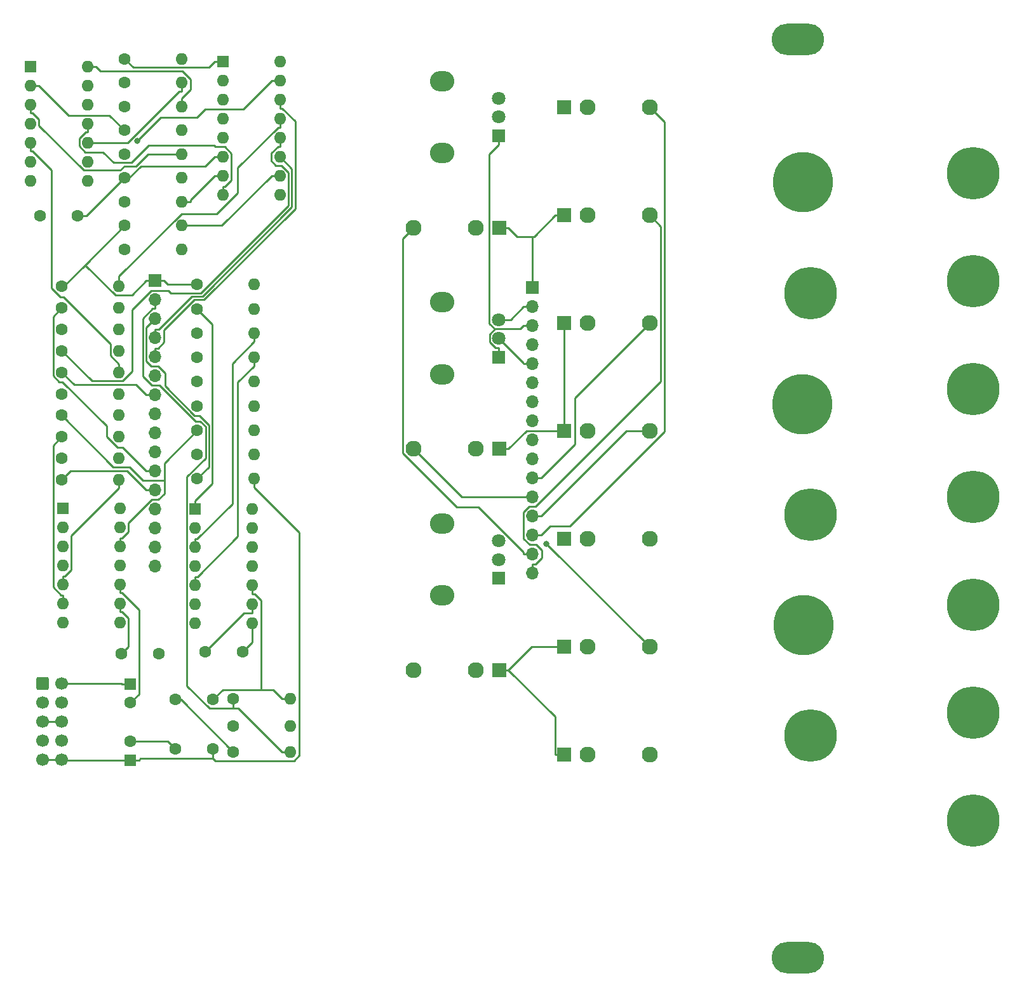
<source format=gbr>
%TF.GenerationSoftware,KiCad,Pcbnew,(6.0.0)*%
%TF.CreationDate,2022-10-15T20:50:48-04:00*%
%TF.ProjectId,ASVCA,41535643-412e-46b6-9963-61645f706362,rev?*%
%TF.SameCoordinates,Original*%
%TF.FileFunction,Copper,L2,Bot*%
%TF.FilePolarity,Positive*%
%FSLAX46Y46*%
G04 Gerber Fmt 4.6, Leading zero omitted, Abs format (unit mm)*
G04 Created by KiCad (PCBNEW (6.0.0)) date 2022-10-15 20:50:48*
%MOMM*%
%LPD*%
G01*
G04 APERTURE LIST*
G04 Aperture macros list*
%AMRoundRect*
0 Rectangle with rounded corners*
0 $1 Rounding radius*
0 $2 $3 $4 $5 $6 $7 $8 $9 X,Y pos of 4 corners*
0 Add a 4 corners polygon primitive as box body*
4,1,4,$2,$3,$4,$5,$6,$7,$8,$9,$2,$3,0*
0 Add four circle primitives for the rounded corners*
1,1,$1+$1,$2,$3*
1,1,$1+$1,$4,$5*
1,1,$1+$1,$6,$7*
1,1,$1+$1,$8,$9*
0 Add four rect primitives between the rounded corners*
20,1,$1+$1,$2,$3,$4,$5,0*
20,1,$1+$1,$4,$5,$6,$7,0*
20,1,$1+$1,$6,$7,$8,$9,0*
20,1,$1+$1,$8,$9,$2,$3,0*%
G04 Aperture macros list end*
%TA.AperFunction,ComponentPad*%
%ADD10R,1.600000X1.600000*%
%TD*%
%TA.AperFunction,ComponentPad*%
%ADD11C,1.600000*%
%TD*%
%TA.AperFunction,ComponentPad*%
%ADD12O,1.600000X1.600000*%
%TD*%
%TA.AperFunction,ComponentPad*%
%ADD13O,3.240000X2.720000*%
%TD*%
%TA.AperFunction,ComponentPad*%
%ADD14R,1.800000X1.800000*%
%TD*%
%TA.AperFunction,ComponentPad*%
%ADD15C,1.800000*%
%TD*%
%TA.AperFunction,ComponentPad*%
%ADD16R,1.830000X1.930000*%
%TD*%
%TA.AperFunction,ComponentPad*%
%ADD17C,2.130000*%
%TD*%
%TA.AperFunction,ComponentPad*%
%ADD18C,7.000000*%
%TD*%
%TA.AperFunction,ComponentPad*%
%ADD19C,8.000000*%
%TD*%
%TA.AperFunction,ComponentPad*%
%ADD20RoundRect,0.250000X-0.600000X-0.600000X0.600000X-0.600000X0.600000X0.600000X-0.600000X0.600000X0*%
%TD*%
%TA.AperFunction,ComponentPad*%
%ADD21C,1.700000*%
%TD*%
%TA.AperFunction,ComponentPad*%
%ADD22R,1.700000X1.700000*%
%TD*%
%TA.AperFunction,ComponentPad*%
%ADD23O,1.700000X1.700000*%
%TD*%
%TA.AperFunction,ComponentPad*%
%ADD24O,7.000000X4.200000*%
%TD*%
%TA.AperFunction,ViaPad*%
%ADD25C,0.800000*%
%TD*%
%TA.AperFunction,Conductor*%
%ADD26C,0.250000*%
%TD*%
G04 APERTURE END LIST*
D10*
%TO.P,C1,1*%
%TO.N,+12V*%
X66675000Y-109284900D03*
D11*
%TO.P,C1,2*%
%TO.N,GND*%
X66675000Y-111784900D03*
%TD*%
%TO.P,R3,1*%
%TO.N,PosRef*%
X80391000Y-111252000D03*
D12*
%TO.P,R3,2*%
%TO.N,GND*%
X88011000Y-111252000D03*
%TD*%
D11*
%TO.P,R25,1*%
%TO.N,CVIN1*%
X75565000Y-65722500D03*
D12*
%TO.P,R25,2*%
%TO.N,Net-(R25-Pad2)*%
X83185000Y-65722500D03*
%TD*%
D13*
%TO.P,RV3,*%
%TO.N,*%
X108269000Y-87884600D03*
X108269000Y-97484600D03*
D14*
%TO.P,RV3,1,1*%
%TO.N,NegReft*%
X115769000Y-95184600D03*
D15*
%TO.P,RV3,2,2*%
%TO.N,to_CVMix3t*%
X115769000Y-92684600D03*
%TO.P,RV3,3,3*%
%TO.N,PosReft*%
X115769000Y-90184600D03*
%TD*%
D16*
%TO.P,J8,S*%
%TO.N,GND1*%
X124522000Y-75565000D03*
D17*
%TO.P,J8,T*%
%TO.N,OUTPUT2t*%
X135922000Y-75565000D03*
%TO.P,J8,TN*%
%TO.N,N/C*%
X127622000Y-75565000D03*
%TD*%
D11*
%TO.P,R30,1*%
%TO.N,GND*%
X75565000Y-56007000D03*
D12*
%TO.P,R30,2*%
%TO.N,in1*%
X83185000Y-56007000D03*
%TD*%
D18*
%TO.P,-,*%
%TO.N,*%
X179028000Y-55541300D03*
%TD*%
%TO.P,-,*%
%TO.N,*%
X179028000Y-69934700D03*
%TD*%
D11*
%TO.P,R10,1*%
%TO.N,Net-(R10-Pad1)*%
X57531000Y-79177400D03*
D12*
%TO.P,R10,2*%
%TO.N,in3b*%
X65151000Y-79177400D03*
%TD*%
D11*
%TO.P,R2,1*%
%TO.N,NegRef*%
X75565000Y-81915000D03*
D12*
%TO.P,R2,2*%
%TO.N,-12V*%
X83185000Y-81915000D03*
%TD*%
D11*
%TO.P,R24,1*%
%TO.N,INPUT1*%
X75565000Y-62484000D03*
D12*
%TO.P,R24,2*%
%TO.N,Net-(R24-Pad2)*%
X83185000Y-62484000D03*
%TD*%
D11*
%TO.P,R7,1*%
%TO.N,CVIN3*%
X65913000Y-29083000D03*
D12*
%TO.P,R7,2*%
%TO.N,Net-(R7-Pad2)*%
X73533000Y-29083000D03*
%TD*%
D19*
%TO.P,REF\u002A\u002A,*%
%TO.N,*%
X156282000Y-42378000D03*
%TD*%
D16*
%TO.P,J2,S*%
%TO.N,GND1*%
X124522000Y-104351700D03*
D17*
%TO.P,J2,T*%
%TO.N,INPUT3at*%
X135922000Y-104351700D03*
%TO.P,J2,TN*%
%TO.N,N/C*%
X127622000Y-104351700D03*
%TD*%
D16*
%TO.P,J10,S*%
%TO.N,GND1*%
X115824000Y-48412400D03*
D17*
%TO.P,J10,T*%
%TO.N,CVIN1t*%
X104424000Y-48412400D03*
%TO.P,J10,TN*%
%TO.N,N/C*%
X112724000Y-48412400D03*
%TD*%
D11*
%TO.P,C3,1*%
%TO.N,+12V*%
X72684000Y-111379000D03*
%TO.P,C3,2*%
%TO.N,GND*%
X77684000Y-111379000D03*
%TD*%
D16*
%TO.P,J11,S*%
%TO.N,GND1*%
X124522000Y-46778300D03*
D17*
%TO.P,J11,T*%
%TO.N,OUTPUT1t*%
X135922000Y-46778300D03*
%TO.P,J11,TN*%
%TO.N,N/C*%
X127622000Y-46778300D03*
%TD*%
D11*
%TO.P,R5,1*%
%TO.N,INPUT3a*%
X65913000Y-38608000D03*
D12*
%TO.P,R5,2*%
%TO.N,Net-(R5-Pad2)*%
X73533000Y-38608000D03*
%TD*%
D11*
%TO.P,R21,1*%
%TO.N,OUTPUT2*%
X57531000Y-61990100D03*
D12*
%TO.P,R21,2*%
%TO.N,Net-(C6-Pad2)*%
X65151000Y-61990100D03*
%TD*%
D11*
%TO.P,R18,1*%
%TO.N,Iout2*%
X57531000Y-64854700D03*
D12*
%TO.P,R18,2*%
%TO.N,Net-(C6-Pad2)*%
X65151000Y-64854700D03*
%TD*%
D11*
%TO.P,R31,1*%
%TO.N,GND*%
X75565000Y-75438000D03*
D12*
%TO.P,R31,2*%
%TO.N,VCntrl1*%
X83185000Y-75438000D03*
%TD*%
D18*
%TO.P,-,*%
%TO.N,*%
X179028000Y-127508000D03*
%TD*%
D11*
%TO.P,R4,1*%
%TO.N,GND*%
X80391000Y-114935000D03*
D12*
%TO.P,R4,2*%
%TO.N,NegRef*%
X88011000Y-114935000D03*
%TD*%
D20*
%TO.P,J1,1,Pin_1*%
%TO.N,+12V*%
X55000500Y-109220000D03*
D21*
%TO.P,J1,2,Pin_2*%
X57540500Y-109220000D03*
%TO.P,J1,3,Pin_3*%
%TO.N,GND*%
X55000500Y-111760000D03*
%TO.P,J1,4,Pin_4*%
X57540500Y-111760000D03*
%TO.P,J1,5,Pin_5*%
X55000500Y-114300000D03*
%TO.P,J1,6,Pin_6*%
X57540500Y-114300000D03*
%TO.P,J1,7,Pin_7*%
X55000500Y-116840000D03*
%TO.P,J1,8,Pin_8*%
X57540500Y-116840000D03*
%TO.P,J1,9,Pin_9*%
%TO.N,-12V*%
X55000500Y-119380000D03*
%TO.P,J1,10,Pin_10*%
X57540500Y-119380000D03*
%TD*%
D10*
%TO.P,U2,1*%
%TO.N,Net-(R9-Pad1)*%
X53350000Y-26919000D03*
D12*
%TO.P,U2,2,-*%
X53350000Y-29459000D03*
%TO.P,U2,3,+*%
%TO.N,Net-(R5-Pad2)*%
X53350000Y-31999000D03*
%TO.P,U2,4,V+*%
%TO.N,+12V*%
X53350000Y-34539000D03*
%TO.P,U2,5,+*%
%TO.N,Net-(R6-Pad2)*%
X53350000Y-37079000D03*
%TO.P,U2,6,-*%
%TO.N,Net-(R10-Pad1)*%
X53350000Y-39619000D03*
%TO.P,U2,7*%
X53350000Y-42159000D03*
%TO.P,U2,8*%
%TO.N,Net-(R11-Pad1)*%
X60970000Y-42159000D03*
%TO.P,U2,9,-*%
X60970000Y-39619000D03*
%TO.P,U2,10,+*%
%TO.N,Net-(R7-Pad2)*%
X60970000Y-37079000D03*
%TO.P,U2,11,V-*%
%TO.N,-12V*%
X60970000Y-34539000D03*
%TO.P,U2,12,+*%
%TO.N,GND*%
X60970000Y-31999000D03*
%TO.P,U2,13,-*%
%TO.N,Iout3*%
X60970000Y-29459000D03*
%TO.P,U2,14*%
%TO.N,Net-(C5-Pad2)*%
X60970000Y-26919000D03*
%TD*%
D11*
%TO.P,R15,1*%
%TO.N,GND*%
X65913000Y-44958000D03*
D12*
%TO.P,R15,2*%
%TO.N,VCntrl3*%
X73533000Y-44958000D03*
%TD*%
D11*
%TO.P,R6,1*%
%TO.N,INPUT3b*%
X57531000Y-67719200D03*
D12*
%TO.P,R6,2*%
%TO.N,Net-(R6-Pad2)*%
X65151000Y-67719200D03*
%TD*%
D16*
%TO.P,J9,S*%
%TO.N,GND1*%
X124522000Y-32385000D03*
D17*
%TO.P,J9,T*%
%TO.N,INPUT1t*%
X135922000Y-32385000D03*
%TO.P,J9,TN*%
%TO.N,N/C*%
X127622000Y-32385000D03*
%TD*%
D16*
%TO.P,J3,S*%
%TO.N,GND1*%
X124522000Y-89958300D03*
D17*
%TO.P,J3,T*%
%TO.N,INPUT3bt*%
X135922000Y-89958300D03*
%TO.P,J3,TN*%
%TO.N,N/C*%
X127622000Y-89958300D03*
%TD*%
D11*
%TO.P,R19,1*%
%TO.N,Net-(R19-Pad1)*%
X57531000Y-70583800D03*
D12*
%TO.P,R19,2*%
%TO.N,in2*%
X65151000Y-70583800D03*
%TD*%
D18*
%TO.P,-,*%
%TO.N,*%
X179028000Y-84328000D03*
%TD*%
D19*
%TO.P,REF\u002A\u002A,*%
%TO.N,*%
X156402000Y-101473000D03*
%TD*%
D16*
%TO.P,J7,S*%
%TO.N,GND1*%
X115824000Y-77927200D03*
D17*
%TO.P,J7,T*%
%TO.N,CVIN2t*%
X104424000Y-77927200D03*
%TO.P,J7,TN*%
%TO.N,N/C*%
X112724000Y-77927200D03*
%TD*%
D11*
%TO.P,C5,1*%
%TO.N,Iout3*%
X59650000Y-46863000D03*
%TO.P,C5,2*%
%TO.N,Net-(C5-Pad2)*%
X54650000Y-46863000D03*
%TD*%
%TO.P,C4,1*%
%TO.N,GND*%
X72684000Y-117983000D03*
%TO.P,C4,2*%
%TO.N,-12V*%
X77684000Y-117983000D03*
%TD*%
%TO.P,R9,1*%
%TO.N,Net-(R9-Pad1)*%
X65913000Y-35433000D03*
D12*
%TO.P,R9,2*%
%TO.N,in3a*%
X73533000Y-35433000D03*
%TD*%
D10*
%TO.P,C2,1*%
%TO.N,-12V*%
X66675000Y-119442100D03*
D11*
%TO.P,C2,2*%
%TO.N,GND*%
X66675000Y-116942100D03*
%TD*%
%TO.P,R27,1*%
%TO.N,Net-(R27-Pad1)*%
X75565000Y-59245500D03*
D12*
%TO.P,R27,2*%
%TO.N,in1*%
X83185000Y-59245500D03*
%TD*%
D16*
%TO.P,J6,S*%
%TO.N,GND1*%
X124522000Y-61171700D03*
D17*
%TO.P,J6,T*%
%TO.N,INPUT2t*%
X135922000Y-61171700D03*
%TO.P,J6,TN*%
%TO.N,N/C*%
X127622000Y-61171700D03*
%TD*%
D11*
%TO.P,R17,1*%
%TO.N,CVIN2*%
X57531000Y-82042000D03*
D12*
%TO.P,R17,2*%
%TO.N,Net-(R17-Pad2)*%
X65151000Y-82042000D03*
%TD*%
D11*
%TO.P,R28,1*%
%TO.N,Net-(R28-Pad1)*%
X75565000Y-78676500D03*
D12*
%TO.P,R28,2*%
%TO.N,VCntrl1*%
X83185000Y-78676500D03*
%TD*%
D10*
%TO.P,U3,1*%
%TO.N,Net-(R19-Pad1)*%
X57668000Y-85847000D03*
D12*
%TO.P,U3,2,-*%
X57668000Y-88387000D03*
%TO.P,U3,3,+*%
%TO.N,Net-(R16-Pad2)*%
X57668000Y-90927000D03*
%TO.P,U3,4*%
%TO.N,N/C*%
X57668000Y-93467000D03*
%TO.P,U3,5,+*%
%TO.N,Net-(R17-Pad2)*%
X57668000Y-96007000D03*
%TO.P,U3,6,-*%
%TO.N,Net-(R20-Pad1)*%
X57668000Y-98547000D03*
%TO.P,U3,7*%
X57668000Y-101087000D03*
%TO.P,U3,8*%
%TO.N,Net-(C6-Pad2)*%
X65288000Y-101087000D03*
%TO.P,U3,9,-*%
%TO.N,Iout2*%
X65288000Y-98547000D03*
%TO.P,U3,10,+*%
%TO.N,GND*%
X65288000Y-96007000D03*
%TO.P,U3,11*%
%TO.N,N/C*%
X65288000Y-93467000D03*
%TO.P,U3,12,+*%
%TO.N,GND*%
X65288000Y-90927000D03*
%TO.P,U3,13,-*%
%TO.N,Net-(U3-Pad13)*%
X65288000Y-88387000D03*
%TO.P,U3,14*%
X65288000Y-85847000D03*
%TD*%
D11*
%TO.P,C6,1*%
%TO.N,Iout2*%
X65445000Y-105283000D03*
%TO.P,C6,2*%
%TO.N,Net-(C6-Pad2)*%
X70445000Y-105283000D03*
%TD*%
%TO.P,R20,1*%
%TO.N,Net-(R20-Pad1)*%
X57531000Y-76312900D03*
D12*
%TO.P,R20,2*%
%TO.N,VCntrl2*%
X65151000Y-76312900D03*
%TD*%
D16*
%TO.P,J4,S*%
%TO.N,GND1*%
X115824000Y-107442000D03*
D17*
%TO.P,J4,T*%
%TO.N,CVIN3t*%
X104424000Y-107442000D03*
%TO.P,J4,TN*%
%TO.N,N/C*%
X112724000Y-107442000D03*
%TD*%
D11*
%TO.P,R26,1*%
%TO.N,Iout1*%
X75565000Y-68961000D03*
D12*
%TO.P,R26,2*%
%TO.N,Net-(C7-Pad2)*%
X83185000Y-68961000D03*
%TD*%
D16*
%TO.P,J5,S*%
%TO.N,GND1*%
X124522000Y-118745000D03*
D17*
%TO.P,J5,T*%
%TO.N,OUTPUT3t*%
X135922000Y-118745000D03*
%TO.P,J5,TN*%
%TO.N,N/C*%
X127622000Y-118745000D03*
%TD*%
D11*
%TO.P,R12,1*%
%TO.N,OUTPUT3*%
X65913000Y-32258000D03*
D12*
%TO.P,R12,2*%
%TO.N,Net-(C5-Pad2)*%
X73533000Y-32258000D03*
%TD*%
D11*
%TO.P,R14,1*%
%TO.N,GND*%
X65913000Y-48133000D03*
D12*
%TO.P,R14,2*%
%TO.N,in3b*%
X73533000Y-48133000D03*
%TD*%
D13*
%TO.P,RV2,*%
%TO.N,*%
X108269000Y-67969800D03*
X108269000Y-58369800D03*
D14*
%TO.P,RV2,1,1*%
%TO.N,NegReft*%
X115769000Y-65669800D03*
D15*
%TO.P,RV2,2,2*%
%TO.N,to_CVMix2t*%
X115769000Y-63169800D03*
%TO.P,RV2,3,3*%
%TO.N,PosReft*%
X115769000Y-60669800D03*
%TD*%
D22*
%TO.P,J13,1,Pin_1*%
%TO.N,GND1*%
X120269000Y-56388000D03*
D23*
%TO.P,J13,2,Pin_2*%
%TO.N,PosReft*%
X120269000Y-58928000D03*
%TO.P,J13,3,Pin_3*%
%TO.N,NegReft*%
X120269000Y-61468000D03*
%TO.P,J13,4,Pin_4*%
%TO.N,to_CVMix3t*%
X120269000Y-64008000D03*
%TO.P,J13,5,Pin_5*%
%TO.N,to_CVMix2t*%
X120269000Y-66548000D03*
%TO.P,J13,6,Pin_6*%
%TO.N,to_CVMix1t*%
X120269000Y-69088000D03*
%TO.P,J13,7,Pin_7*%
%TO.N,INPUT3bt*%
X120269000Y-71628000D03*
%TO.P,J13,8,Pin_8*%
%TO.N,OUTPUT3t*%
X120269000Y-74168000D03*
%TO.P,J13,9,Pin_9*%
%TO.N,CVIN3t*%
X120269000Y-76708000D03*
%TO.P,J13,10,Pin_10*%
%TO.N,INPUT3at*%
X120269000Y-79248000D03*
%TO.P,J13,11,Pin_11*%
%TO.N,INPUT2t*%
X120269000Y-81788000D03*
%TO.P,J13,12,Pin_12*%
%TO.N,CVIN2t*%
X120269000Y-84328000D03*
%TO.P,J13,13,Pin_13*%
%TO.N,OUTPUT2t*%
X120269000Y-86868000D03*
%TO.P,J13,14,Pin_14*%
%TO.N,INPUT1t*%
X120269000Y-89408000D03*
%TO.P,J13,15,Pin_15*%
%TO.N,CVIN1t*%
X120269000Y-91948000D03*
%TO.P,J13,16,Pin_16*%
%TO.N,OUTPUT1t*%
X120269000Y-94488000D03*
%TD*%
D19*
%TO.P,REF\u002A\u002A,*%
%TO.N,*%
X156275000Y-71932800D03*
%TD*%
D10*
%TO.P,U1,1,GND*%
%TO.N,GND*%
X79004000Y-26279000D03*
D12*
%TO.P,U1,2,In1*%
%TO.N,in1*%
X79004000Y-28819000D03*
%TO.P,U1,3,CVMix1*%
%TO.N,to_CVMix1*%
X79004000Y-31359000D03*
%TO.P,U1,4,Vcntrl1*%
%TO.N,VCntrl1*%
X79004000Y-33899000D03*
%TO.P,U1,5,Iout1*%
%TO.N,Iout1*%
X79004000Y-36439000D03*
%TO.P,U1,6,Iout3*%
%TO.N,Iout3*%
X79004000Y-38979000D03*
%TO.P,U1,7,Vcntrl3*%
%TO.N,VCntrl3*%
X79004000Y-41519000D03*
%TO.P,U1,8,VEE*%
%TO.N,-12V*%
X79004000Y-44059000D03*
%TO.P,U1,9,In3a*%
%TO.N,in3a*%
X86624000Y-44059000D03*
%TO.P,U1,10,In3b*%
%TO.N,in3b*%
X86624000Y-41519000D03*
%TO.P,U1,11,CVMix3*%
%TO.N,to_CVMix3*%
X86624000Y-38979000D03*
%TO.P,U1,12,Iout2*%
%TO.N,Iout2*%
X86624000Y-36439000D03*
%TO.P,U1,13,Vcntrl2*%
%TO.N,VCntrl2*%
X86624000Y-33899000D03*
%TO.P,U1,14,CVMix2*%
%TO.N,to_CVMix2*%
X86624000Y-31359000D03*
%TO.P,U1,15,In2*%
%TO.N,in2*%
X86624000Y-28819000D03*
%TO.P,U1,16,VCC*%
%TO.N,+12V*%
X86624000Y-26279000D03*
%TD*%
D18*
%TO.P,-,*%
%TO.N,*%
X179028000Y-98721300D03*
%TD*%
D24*
%TO.P,REF\u002A\u002A,*%
%TO.N,*%
X155654000Y-23280000D03*
X155654000Y-145780000D03*
%TD*%
D11*
%TO.P,R8,1*%
%TO.N,Iout3*%
X65913000Y-41783000D03*
D12*
%TO.P,R8,2*%
%TO.N,Net-(C5-Pad2)*%
X73533000Y-41783000D03*
%TD*%
D22*
%TO.P,J12,1,Pin_1*%
%TO.N,GND*%
X69977000Y-55499000D03*
D23*
%TO.P,J12,2,Pin_2*%
%TO.N,PosRef*%
X69977000Y-58039000D03*
%TO.P,J12,3,Pin_3*%
%TO.N,NegRef*%
X69977000Y-60579000D03*
%TO.P,J12,4,Pin_4*%
%TO.N,to_CVMix3*%
X69977000Y-63119000D03*
%TO.P,J12,5,Pin_5*%
%TO.N,to_CVMix2*%
X69977000Y-65659000D03*
%TO.P,J12,6,Pin_6*%
%TO.N,to_CVMix1*%
X69977000Y-68199000D03*
%TO.P,J12,7,Pin_7*%
%TO.N,INPUT3b*%
X69977000Y-70739000D03*
%TO.P,J12,8,Pin_8*%
%TO.N,OUTPUT3*%
X69977000Y-73279000D03*
%TO.P,J12,9,Pin_9*%
%TO.N,CVIN3*%
X69977000Y-75819000D03*
%TO.P,J12,10,Pin_10*%
%TO.N,INPUT3a*%
X69977000Y-78359000D03*
%TO.P,J12,11,Pin_11*%
%TO.N,INPUT2*%
X69977000Y-80899000D03*
%TO.P,J12,12,Pin_12*%
%TO.N,CVIN2*%
X69977000Y-83439000D03*
%TO.P,J12,13,Pin_13*%
%TO.N,OUTPUT2*%
X69977000Y-85979000D03*
%TO.P,J12,14,Pin_14*%
%TO.N,INPUT1*%
X69977000Y-88519000D03*
%TO.P,J12,15,Pin_15*%
%TO.N,CVIN1*%
X69977000Y-91059000D03*
%TO.P,J12,16,Pin_16*%
%TO.N,OUTPUT1*%
X69977000Y-93599000D03*
%TD*%
D18*
%TO.P,-,*%
%TO.N,*%
X157330000Y-57175400D03*
%TD*%
D13*
%TO.P,RV1,*%
%TO.N,*%
X108269000Y-28855000D03*
X108269000Y-38455000D03*
D14*
%TO.P,RV1,1,1*%
%TO.N,NegReft*%
X115769000Y-36155000D03*
D15*
%TO.P,RV1,2,2*%
%TO.N,to_CVMix1t*%
X115769000Y-33655000D03*
%TO.P,RV1,3,3*%
%TO.N,PosReft*%
X115769000Y-31155000D03*
%TD*%
D11*
%TO.P,R22,1*%
%TO.N,GND*%
X57531000Y-73448300D03*
D12*
%TO.P,R22,2*%
%TO.N,in2*%
X65151000Y-73448300D03*
%TD*%
D18*
%TO.P,-,*%
%TO.N,*%
X157330000Y-86690200D03*
%TD*%
D11*
%TO.P,C7,1*%
%TO.N,Iout1*%
X76621000Y-105029000D03*
%TO.P,C7,2*%
%TO.N,Net-(C7-Pad2)*%
X81621000Y-105029000D03*
%TD*%
%TO.P,R29,1*%
%TO.N,OUTPUT1*%
X75565000Y-72199500D03*
D12*
%TO.P,R29,2*%
%TO.N,Net-(C7-Pad2)*%
X83185000Y-72199500D03*
%TD*%
D18*
%TO.P,-,*%
%TO.N,*%
X179028000Y-41148000D03*
%TD*%
D11*
%TO.P,R1,1*%
%TO.N,+12V*%
X80391000Y-118364000D03*
D12*
%TO.P,R1,2*%
%TO.N,PosRef*%
X88011000Y-118364000D03*
%TD*%
D11*
%TO.P,R16,1*%
%TO.N,INPUT2*%
X57531000Y-59125600D03*
D12*
%TO.P,R16,2*%
%TO.N,Net-(R16-Pad2)*%
X65151000Y-59125600D03*
%TD*%
D11*
%TO.P,R11,1*%
%TO.N,Net-(R11-Pad1)*%
X65913000Y-51308000D03*
D12*
%TO.P,R11,2*%
%TO.N,VCntrl3*%
X73533000Y-51308000D03*
%TD*%
D18*
%TO.P,-,*%
%TO.N,*%
X157330000Y-116205000D03*
%TD*%
D11*
%TO.P,R23,1*%
%TO.N,GND*%
X57531000Y-56261000D03*
D12*
%TO.P,R23,2*%
%TO.N,VCntrl2*%
X65151000Y-56261000D03*
%TD*%
D10*
%TO.P,U4,1*%
%TO.N,Net-(R27-Pad1)*%
X75321000Y-85974000D03*
D12*
%TO.P,U4,2,-*%
X75321000Y-88514000D03*
%TO.P,U4,3,+*%
%TO.N,Net-(R24-Pad2)*%
X75321000Y-91054000D03*
%TO.P,U4,4*%
%TO.N,N/C*%
X75321000Y-93594000D03*
%TO.P,U4,5,+*%
%TO.N,Net-(R25-Pad2)*%
X75321000Y-96134000D03*
%TO.P,U4,6,-*%
%TO.N,Net-(R28-Pad1)*%
X75321000Y-98674000D03*
%TO.P,U4,7*%
X75321000Y-101214000D03*
%TO.P,U4,8*%
%TO.N,Net-(C7-Pad2)*%
X82941000Y-101214000D03*
%TO.P,U4,9,-*%
%TO.N,Iout1*%
X82941000Y-98674000D03*
%TO.P,U4,10,+*%
%TO.N,GND*%
X82941000Y-96134000D03*
%TO.P,U4,11*%
%TO.N,N/C*%
X82941000Y-93594000D03*
%TO.P,U4,12,+*%
%TO.N,GND*%
X82941000Y-91054000D03*
%TO.P,U4,13,-*%
%TO.N,Net-(U4-Pad13)*%
X82941000Y-88514000D03*
%TO.P,U4,14*%
X82941000Y-85974000D03*
%TD*%
D11*
%TO.P,R13,1*%
%TO.N,GND*%
X65913000Y-25908000D03*
D12*
%TO.P,R13,2*%
%TO.N,in3a*%
X73533000Y-25908000D03*
%TD*%
D18*
%TO.P,-,*%
%TO.N,*%
X179028000Y-113114700D03*
%TD*%
D25*
%TO.N,in2*%
X67591800Y-36794900D03*
%TO.N,INPUT3at*%
X122154900Y-90584600D03*
%TD*%
D26*
%TO.N,+12V*%
X73406000Y-111379000D02*
X72684000Y-111379000D01*
X80391000Y-118364000D02*
X73406000Y-111379000D01*
X57540500Y-109220000D02*
X65484800Y-109220000D01*
X65484800Y-109220000D02*
X65549700Y-109284900D01*
X66675000Y-109284900D02*
X65549700Y-109284900D01*
%TO.N,GND*%
X64696700Y-57424500D02*
X66876200Y-57424500D01*
X67044300Y-27039300D02*
X65913000Y-25908000D01*
X66876200Y-57424500D02*
X68801700Y-55499000D01*
X71660300Y-56007000D02*
X71152300Y-55499000D01*
X67802600Y-99365600D02*
X67802600Y-110657300D01*
X84091900Y-110061500D02*
X79001500Y-110061500D01*
X77878700Y-26279000D02*
X77118400Y-27039300D01*
X67802600Y-110657300D02*
X66675000Y-111784900D01*
X79001500Y-110061500D02*
X77684000Y-111379000D01*
X71198800Y-79804200D02*
X75565000Y-75438000D01*
X65288000Y-96007000D02*
X65288000Y-97132300D01*
X69505500Y-84709000D02*
X66413300Y-87801200D01*
X77118400Y-27039300D02*
X67044300Y-27039300D01*
X65569400Y-89801700D02*
X65288000Y-89801700D01*
X75565000Y-56007000D02*
X71660300Y-56007000D01*
X68349600Y-82111100D02*
X71198800Y-82111100D01*
X86885700Y-111252000D02*
X85695200Y-110061500D01*
X65288000Y-97132300D02*
X65569300Y-97132300D01*
X71643100Y-116942100D02*
X72684000Y-117983000D01*
X66413300Y-87801200D02*
X66413300Y-88957800D01*
X64400200Y-80317500D02*
X66556000Y-80317500D01*
X60659100Y-53386900D02*
X64696700Y-57424500D01*
X84091900Y-110061500D02*
X84091900Y-98128900D01*
X65569300Y-97132300D02*
X67802600Y-99365600D01*
X57531000Y-73448300D02*
X64400200Y-80317500D01*
X66675000Y-116942100D02*
X71643100Y-116942100D01*
X69977000Y-55499000D02*
X71152300Y-55499000D01*
X69977000Y-55499000D02*
X68801700Y-55499000D01*
X66556000Y-80317500D02*
X68349600Y-82111100D01*
X71198800Y-83920600D02*
X70410400Y-84709000D01*
X79004000Y-26279000D02*
X77878700Y-26279000D01*
X71198800Y-82111100D02*
X71198800Y-79804200D01*
X83222300Y-97259300D02*
X82941000Y-97259300D01*
X65288000Y-90927000D02*
X65288000Y-89801700D01*
X60659100Y-53386900D02*
X57785000Y-56261000D01*
X57785000Y-56261000D02*
X57531000Y-56261000D01*
X57540500Y-114300000D02*
X55000500Y-114300000D01*
X84091900Y-98128900D02*
X83222300Y-97259300D01*
X88011000Y-111252000D02*
X86885700Y-111252000D01*
X70410400Y-84709000D02*
X69505500Y-84709000D01*
X65913000Y-48133000D02*
X60659100Y-53386900D01*
X85695200Y-110061500D02*
X84091900Y-110061500D01*
X82941000Y-96134000D02*
X82941000Y-97259300D01*
X66413300Y-88957800D02*
X65569400Y-89801700D01*
X71198800Y-82111100D02*
X71198800Y-83920600D01*
%TO.N,-12V*%
X77684000Y-119199700D02*
X68042700Y-119199700D01*
X60688600Y-35664300D02*
X60970000Y-35664300D01*
X55000500Y-119380000D02*
X57540500Y-119380000D01*
X80129400Y-42089600D02*
X80129400Y-38508500D01*
X64417600Y-39733300D02*
X63033300Y-38349000D01*
X89184600Y-118792100D02*
X88460400Y-119516300D01*
X66675000Y-119442100D02*
X57602600Y-119442100D01*
X57602600Y-119442100D02*
X57540500Y-119380000D01*
X89184600Y-89039900D02*
X89184600Y-118792100D01*
X66675000Y-119442100D02*
X67800300Y-119442100D01*
X77839900Y-37459900D02*
X69089700Y-37459900D01*
X79236600Y-37615700D02*
X77995700Y-37615700D01*
X68042700Y-119199700D02*
X67800300Y-119442100D01*
X79285300Y-42933700D02*
X80129400Y-42089600D01*
X77995700Y-37615700D02*
X77839900Y-37459900D01*
X63033300Y-38349000D02*
X60642200Y-38349000D01*
X77684000Y-119199700D02*
X77684000Y-117983000D01*
X69089700Y-37459900D02*
X66816300Y-39733300D01*
X60642200Y-38349000D02*
X59844700Y-37551500D01*
X59844700Y-37551500D02*
X59844700Y-36508200D01*
X78000600Y-119516300D02*
X77684000Y-119199700D01*
X88460400Y-119516300D02*
X78000600Y-119516300D01*
X83185000Y-83040300D02*
X89184600Y-89039900D01*
X80129400Y-38508500D02*
X79236600Y-37615700D01*
X59844700Y-36508200D02*
X60688600Y-35664300D01*
X66816300Y-39733300D02*
X64417600Y-39733300D01*
X79004000Y-44059000D02*
X79004000Y-42933700D01*
X83185000Y-81915000D02*
X83185000Y-83040300D01*
X60970000Y-34539000D02*
X60970000Y-35664300D01*
X79004000Y-42933700D02*
X79285300Y-42933700D01*
%TO.N,Iout3*%
X79004000Y-38979000D02*
X77878700Y-38979000D01*
X66477400Y-41783000D02*
X68064900Y-40195500D01*
X60833000Y-46863000D02*
X59650000Y-46863000D01*
X76662200Y-40195500D02*
X77878700Y-38979000D01*
X65913000Y-41783000D02*
X66477400Y-41783000D01*
X68064900Y-40195500D02*
X76662200Y-40195500D01*
X65913000Y-41783000D02*
X60833000Y-46863000D01*
%TO.N,Net-(C5-Pad2)*%
X60970000Y-26919000D02*
X62095300Y-26919000D01*
X62689000Y-27512700D02*
X73566100Y-27512700D01*
X74658300Y-28604900D02*
X74658300Y-30007400D01*
X73566100Y-27512700D02*
X74658300Y-28604900D01*
X73533000Y-32258000D02*
X73533000Y-31132700D01*
X74658300Y-30007400D02*
X73533000Y-31132700D01*
X62095300Y-26919000D02*
X62689000Y-27512700D01*
%TO.N,Iout2*%
X66413300Y-100516200D02*
X65569400Y-99672300D01*
X65445000Y-105283000D02*
X66413300Y-104314700D01*
X85466000Y-39487900D02*
X86082500Y-40104400D01*
X86342700Y-37564300D02*
X85466000Y-38441000D01*
X71758200Y-56843200D02*
X69451400Y-56843200D01*
X61548100Y-68871800D02*
X57531000Y-64854700D01*
X87749300Y-45468000D02*
X76079100Y-57138200D01*
X85466000Y-38441000D02*
X85466000Y-39487900D01*
X86811800Y-40104400D02*
X87749300Y-41041900D01*
X72053200Y-57138200D02*
X71758200Y-56843200D01*
X86624000Y-37564300D02*
X86342700Y-37564300D01*
X69451400Y-56843200D02*
X66935400Y-59359200D01*
X66935400Y-59359200D02*
X66935400Y-67571000D01*
X86082500Y-40104400D02*
X86811800Y-40104400D01*
X65634600Y-68871800D02*
X61548100Y-68871800D01*
X66413300Y-104314700D02*
X66413300Y-100516200D01*
X66935400Y-67571000D02*
X65634600Y-68871800D01*
X65288000Y-98547000D02*
X65288000Y-99672300D01*
X86624000Y-36439000D02*
X86624000Y-37564300D01*
X65569400Y-99672300D02*
X65288000Y-99672300D01*
X76079100Y-57138200D02*
X72053200Y-57138200D01*
X87749300Y-41041900D02*
X87749300Y-45468000D01*
%TO.N,Iout1*%
X76621000Y-105029000D02*
X81850700Y-99799300D01*
X81850700Y-99799300D02*
X82941000Y-99799300D01*
X82941000Y-98674000D02*
X82941000Y-99799300D01*
%TO.N,Net-(C7-Pad2)*%
X81621000Y-105029000D02*
X82941000Y-103709000D01*
X82941000Y-103709000D02*
X82941000Y-101214000D01*
%TO.N,PosRef*%
X76703900Y-74971800D02*
X76000700Y-74268600D01*
X81078100Y-112556400D02*
X80391000Y-112556400D01*
X70565900Y-69469000D02*
X69569000Y-69469000D01*
X74195600Y-109522800D02*
X74195600Y-81662700D01*
X69569000Y-69469000D02*
X68317300Y-68217300D01*
X88011000Y-118364000D02*
X86885700Y-118364000D01*
X75365500Y-74268600D02*
X70565900Y-69469000D01*
X80391000Y-112556400D02*
X77229200Y-112556400D01*
X77229200Y-112556400D02*
X74195600Y-109522800D01*
X68317300Y-68217300D02*
X68317300Y-60506700D01*
X76703900Y-79154400D02*
X76703900Y-74971800D01*
X80391000Y-112556400D02*
X80391000Y-111252000D01*
X76000700Y-74268600D02*
X75365500Y-74268600D01*
X69977000Y-58039000D02*
X69977000Y-59214300D01*
X68317300Y-60506700D02*
X69609700Y-59214300D01*
X69609700Y-59214300D02*
X69977000Y-59214300D01*
X86885700Y-118364000D02*
X81078100Y-112556400D01*
X74195600Y-81662700D02*
X76703900Y-79154400D01*
%TO.N,NegRef*%
X75565000Y-81915000D02*
X77154300Y-80325700D01*
X71285900Y-69512000D02*
X71285900Y-67841600D01*
X77154300Y-80325700D02*
X77154300Y-74743500D01*
X75229600Y-73455700D02*
X71285900Y-69512000D01*
X77154300Y-74743500D02*
X75866500Y-73455700D01*
X70373300Y-66929000D02*
X69489200Y-66929000D01*
X75866500Y-73455700D02*
X75229600Y-73455700D01*
X68801700Y-66241500D02*
X68801700Y-61754300D01*
X71285900Y-67841600D02*
X70373300Y-66929000D01*
X69489200Y-66929000D02*
X68801700Y-66241500D01*
X68801700Y-61754300D02*
X69977000Y-60579000D01*
%TO.N,Net-(R5-Pad2)*%
X53631400Y-33124300D02*
X54475300Y-33968200D01*
X54475300Y-33968200D02*
X54475300Y-34775400D01*
X73533000Y-38608000D02*
X72407700Y-38608000D01*
X65328200Y-40763000D02*
X65907600Y-40183600D01*
X69015400Y-38608000D02*
X72407700Y-38608000D01*
X60462900Y-40763000D02*
X65328200Y-40763000D01*
X54475300Y-34775400D02*
X60462900Y-40763000D01*
X53350000Y-31999000D02*
X53350000Y-33124300D01*
X67439800Y-40183600D02*
X69015400Y-38608000D01*
X53350000Y-33124300D02*
X53631400Y-33124300D01*
X65907600Y-40183600D02*
X67439800Y-40183600D01*
%TO.N,Net-(R6-Pad2)*%
X56117700Y-56453600D02*
X57357400Y-57693300D01*
X57357400Y-57693300D02*
X57763300Y-57693300D01*
X56117700Y-40690700D02*
X56117700Y-56453600D01*
X64025700Y-65468600D02*
X65151000Y-66593900D01*
X53350000Y-37079000D02*
X53350000Y-38204300D01*
X53631300Y-38204300D02*
X56117700Y-40690700D01*
X57763300Y-57693300D02*
X64025700Y-63955700D01*
X65151000Y-67719200D02*
X65151000Y-66593900D01*
X64025700Y-63955700D02*
X64025700Y-65468600D01*
X53350000Y-38204300D02*
X53631300Y-38204300D01*
%TO.N,INPUT3b*%
X67437100Y-69374400D02*
X68801700Y-70739000D01*
X59186200Y-69374400D02*
X67437100Y-69374400D01*
X69977000Y-70739000D02*
X68801700Y-70739000D01*
X57531000Y-67719200D02*
X59186200Y-69374400D01*
%TO.N,Net-(R7-Pad2)*%
X73152700Y-30208300D02*
X66282000Y-37079000D01*
X73533000Y-30208300D02*
X73152700Y-30208300D01*
X73533000Y-29083000D02*
X73533000Y-30208300D01*
X66282000Y-37079000D02*
X60970000Y-37079000D01*
%TO.N,Net-(R9-Pad1)*%
X54475300Y-29459000D02*
X58429900Y-33413600D01*
X53350000Y-29459000D02*
X54475300Y-29459000D01*
X58429900Y-33413600D02*
X63893600Y-33413600D01*
X63893600Y-33413600D02*
X65913000Y-35433000D01*
%TO.N,in3b*%
X86624000Y-41519000D02*
X85498700Y-41519000D01*
X78884700Y-48133000D02*
X85498700Y-41519000D01*
X74658300Y-48133000D02*
X78884700Y-48133000D01*
X73533000Y-48133000D02*
X74658300Y-48133000D01*
%TO.N,VCntrl3*%
X79004000Y-41519000D02*
X77878700Y-41519000D01*
X77878700Y-41519000D02*
X74658300Y-44739400D01*
X74658300Y-44739400D02*
X74658300Y-44958000D01*
X73533000Y-44958000D02*
X74658300Y-44958000D01*
%TO.N,INPUT2*%
X64989500Y-77745100D02*
X65647800Y-77745100D01*
X56388500Y-60268100D02*
X56388500Y-68168100D01*
X57212500Y-68992100D02*
X57610300Y-68992100D01*
X65647800Y-77745100D02*
X68801700Y-80899000D01*
X69977000Y-80899000D02*
X68801700Y-80899000D01*
X57531000Y-59125600D02*
X56388500Y-60268100D01*
X56388500Y-68168100D02*
X57212500Y-68992100D01*
X57610300Y-68992100D02*
X63502900Y-74884700D01*
X63502900Y-76258500D02*
X64989500Y-77745100D01*
X63502900Y-74884700D02*
X63502900Y-76258500D01*
%TO.N,Net-(R17-Pad2)*%
X65151000Y-82042000D02*
X65151000Y-83167300D01*
X58793300Y-94037800D02*
X57949400Y-94881700D01*
X57668000Y-96007000D02*
X57668000Y-94881700D01*
X58793300Y-89525000D02*
X58793300Y-94037800D01*
X57949400Y-94881700D02*
X57668000Y-94881700D01*
X65151000Y-83167300D02*
X58793300Y-89525000D01*
%TO.N,CVIN2*%
X58672900Y-80900100D02*
X66262800Y-80900100D01*
X69977000Y-83439000D02*
X68801700Y-83439000D01*
X66262800Y-80900100D02*
X68801700Y-83439000D01*
X57531000Y-82042000D02*
X58672900Y-80900100D01*
%TO.N,in2*%
X76630700Y-32629000D02*
X81688700Y-32629000D01*
X70700500Y-33686200D02*
X75573500Y-33686200D01*
X86624000Y-28819000D02*
X85498700Y-28819000D01*
X75573500Y-33686200D02*
X76630700Y-32629000D01*
X67591800Y-36794900D02*
X70700500Y-33686200D01*
X81688700Y-32629000D02*
X85498700Y-28819000D01*
%TO.N,VCntrl2*%
X86624000Y-35024300D02*
X86342700Y-35024300D01*
X80972400Y-40394600D02*
X80972400Y-43735500D01*
X73477200Y-46545500D02*
X65151000Y-54871700D01*
X80972400Y-43735500D02*
X78162400Y-46545500D01*
X78162400Y-46545500D02*
X73477200Y-46545500D01*
X86342700Y-35024300D02*
X80972400Y-40394600D01*
X65151000Y-54871700D02*
X65151000Y-56261000D01*
X86624000Y-33899000D02*
X86624000Y-35024300D01*
%TO.N,Net-(R20-Pad1)*%
X57531000Y-76312900D02*
X56394100Y-77449800D01*
X56394100Y-77449800D02*
X56394100Y-96361400D01*
X56394100Y-96361400D02*
X57454400Y-97421700D01*
X57668000Y-98547000D02*
X57668000Y-97421700D01*
X57454400Y-97421700D02*
X57668000Y-97421700D01*
%TO.N,Net-(R24-Pad2)*%
X80251300Y-85237500D02*
X75560100Y-89928700D01*
X83185000Y-63609300D02*
X80251300Y-66543000D01*
X83185000Y-62484000D02*
X83185000Y-63609300D01*
X75560100Y-89928700D02*
X75321000Y-89928700D01*
X80251300Y-66543000D02*
X80251300Y-85237500D01*
X75321000Y-91054000D02*
X75321000Y-89928700D01*
%TO.N,Net-(R25-Pad2)*%
X83185000Y-66847800D02*
X80988800Y-69044000D01*
X75602300Y-95008700D02*
X75321000Y-95008700D01*
X80988800Y-69044000D02*
X80988800Y-89622200D01*
X80988800Y-89622200D02*
X75602300Y-95008700D01*
X75321000Y-96134000D02*
X75321000Y-95008700D01*
X83185000Y-65722500D02*
X83185000Y-66847800D01*
%TO.N,Net-(R27-Pad1)*%
X77612100Y-82557600D02*
X77612100Y-61292600D01*
X77612100Y-61292600D02*
X75565000Y-59245500D01*
X75321000Y-84848700D02*
X77612100Y-82557600D01*
X75321000Y-85974000D02*
X75321000Y-84848700D01*
%TO.N,to_CVMix2*%
X70344400Y-64483700D02*
X69977000Y-64483700D01*
X88650100Y-34229100D02*
X88650100Y-45893400D01*
X71152300Y-63675800D02*
X70344400Y-64483700D01*
X86624000Y-31359000D02*
X86624000Y-32484300D01*
X71152300Y-62065000D02*
X71152300Y-63675800D01*
X75178300Y-58039000D02*
X71152300Y-62065000D01*
X88650100Y-45893400D02*
X76504500Y-58039000D01*
X86905300Y-32484300D02*
X88650100Y-34229100D01*
X86624000Y-32484300D02*
X86905300Y-32484300D01*
X76504500Y-58039000D02*
X75178300Y-58039000D01*
X69977000Y-65659000D02*
X69977000Y-64483700D01*
%TO.N,to_CVMix3*%
X88199700Y-40554700D02*
X88199700Y-45678000D01*
X86624000Y-38979000D02*
X88199700Y-40554700D01*
X70508100Y-61943700D02*
X69977000Y-61943700D01*
X76289100Y-57588600D02*
X74863200Y-57588600D01*
X74863200Y-57588600D02*
X70508100Y-61943700D01*
X88199700Y-45678000D02*
X76289100Y-57588600D01*
X69977000Y-63119000D02*
X69977000Y-61943700D01*
%TO.N,GND1*%
X124522000Y-61171700D02*
X124522000Y-75565000D01*
X123281700Y-113659400D02*
X117064300Y-107442000D01*
X115824000Y-48412400D02*
X117064300Y-48412400D01*
X123281700Y-75565000D02*
X123218200Y-75501500D01*
X123281700Y-118745000D02*
X123281700Y-113659400D01*
X124522000Y-75565000D02*
X123281700Y-75565000D01*
X124522000Y-46778300D02*
X123281700Y-46778300D01*
X124522000Y-104351700D02*
X120154600Y-104351700D01*
X117064300Y-48412400D02*
X118241900Y-49590000D01*
X119490000Y-75501500D02*
X117064300Y-77927200D01*
X115824000Y-107442000D02*
X117064300Y-107442000D01*
X123218200Y-75501500D02*
X119490000Y-75501500D01*
X120154600Y-104351700D02*
X117064300Y-107442000D01*
X118241900Y-49590000D02*
X120269000Y-49590000D01*
X115824000Y-77927200D02*
X117064300Y-77927200D01*
X120269000Y-56388000D02*
X120269000Y-49590000D01*
X120269000Y-49590000D02*
X120470000Y-49590000D01*
X124522000Y-118745000D02*
X123281700Y-118745000D01*
X120470000Y-49590000D02*
X123281700Y-46778300D01*
%TO.N,PosReft*%
X117351900Y-60669800D02*
X115769000Y-60669800D01*
X120269000Y-58928000D02*
X119093700Y-58928000D01*
X119093700Y-58928000D02*
X117351900Y-60669800D01*
%TO.N,NegReft*%
X114531900Y-61209500D02*
X115242200Y-61919800D01*
X115242200Y-61919800D02*
X114543700Y-62618300D01*
X118641900Y-61919800D02*
X115242200Y-61919800D01*
X115769000Y-36155000D02*
X115769000Y-37380300D01*
X115769000Y-65669800D02*
X115769000Y-64444500D01*
X115309400Y-64444500D02*
X115769000Y-64444500D01*
X114543700Y-62618300D02*
X114543700Y-63678800D01*
X120269000Y-61468000D02*
X119093700Y-61468000D01*
X119093700Y-61468000D02*
X118641900Y-61919800D01*
X114543700Y-63678800D02*
X115309400Y-64444500D01*
X114531900Y-38617400D02*
X114531900Y-61209500D01*
X115769000Y-37380300D02*
X114531900Y-38617400D01*
%TO.N,to_CVMix2t*%
X119093700Y-66494500D02*
X115769000Y-63169800D01*
X119093700Y-66548000D02*
X119093700Y-66494500D01*
X120269000Y-66548000D02*
X119093700Y-66548000D01*
%TO.N,INPUT3at*%
X122154900Y-90584600D02*
X135922000Y-104351700D01*
%TO.N,INPUT2t*%
X121444300Y-81788000D02*
X125938900Y-77293400D01*
X125938900Y-77293400D02*
X125938900Y-71154800D01*
X120269000Y-81788000D02*
X121444300Y-81788000D01*
X125938900Y-71154800D02*
X135922000Y-61171700D01*
%TO.N,CVIN2t*%
X120269000Y-84328000D02*
X110824800Y-84328000D01*
X110824800Y-84328000D02*
X104424000Y-77927200D01*
%TO.N,OUTPUT2t*%
X120269000Y-86868000D02*
X121444300Y-86868000D01*
X132747300Y-75565000D02*
X121444300Y-86868000D01*
X135922000Y-75565000D02*
X132747300Y-75565000D01*
%TO.N,INPUT1t*%
X125238900Y-88232700D02*
X137870900Y-75600700D01*
X121444300Y-89408000D02*
X122619600Y-88232700D01*
X122619600Y-88232700D02*
X125238900Y-88232700D01*
X137870900Y-34333900D02*
X135922000Y-32385000D01*
X137870900Y-75600700D02*
X137870900Y-34333900D01*
X120269000Y-89408000D02*
X121444300Y-89408000D01*
%TO.N,CVIN1t*%
X120269000Y-91948000D02*
X119093700Y-91948000D01*
X102997200Y-78490800D02*
X102997200Y-49839200D01*
X119093700Y-91948000D02*
X119093700Y-91727600D01*
X113014200Y-85648100D02*
X110154500Y-85648100D01*
X110154500Y-85648100D02*
X102997200Y-78490800D01*
X102997200Y-49839200D02*
X104424000Y-48412400D01*
X119093700Y-91727600D02*
X113014200Y-85648100D01*
%TO.N,OUTPUT1t*%
X119813000Y-85598000D02*
X120715400Y-85598000D01*
X119072400Y-86338600D02*
X119813000Y-85598000D01*
X120269000Y-93312700D02*
X120636300Y-93312700D01*
X137368000Y-48224300D02*
X135922000Y-46778300D01*
X120715400Y-85598000D02*
X137368000Y-68945400D01*
X120269000Y-94488000D02*
X120269000Y-93312700D01*
X121513300Y-92435700D02*
X121513300Y-91472800D01*
X119072400Y-89877500D02*
X119072400Y-86338600D01*
X137368000Y-68945400D02*
X137368000Y-48224300D01*
X121513300Y-91472800D02*
X120718500Y-90678000D01*
X120718500Y-90678000D02*
X119872900Y-90678000D01*
X120636300Y-93312700D02*
X121513300Y-92435700D01*
X119872900Y-90678000D02*
X119072400Y-89877500D01*
%TD*%
M02*

</source>
